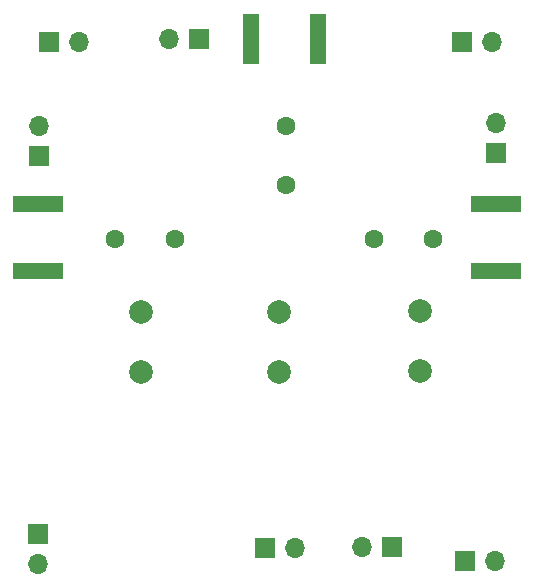
<source format=gbr>
%TF.GenerationSoftware,KiCad,Pcbnew,(6.0.2)*%
%TF.CreationDate,2022-11-21T15:36:14-08:00*%
%TF.ProjectId,tr_switch,74725f73-7769-4746-9368-2e6b69636164,rev?*%
%TF.SameCoordinates,PX4b94250PY699e930*%
%TF.FileFunction,Soldermask,Bot*%
%TF.FilePolarity,Negative*%
%FSLAX46Y46*%
G04 Gerber Fmt 4.6, Leading zero omitted, Abs format (unit mm)*
G04 Created by KiCad (PCBNEW (6.0.2)) date 2022-11-21 15:36:14*
%MOMM*%
%LPD*%
G01*
G04 APERTURE LIST*
%ADD10R,1.700000X1.700000*%
%ADD11O,1.700000X1.700000*%
%ADD12C,1.600000*%
%ADD13C,2.000000*%
%ADD14R,4.200000X1.350000*%
%ADD15R,1.350000X4.200000*%
G04 APERTURE END LIST*
D10*
%TO.C,J3*%
X2750000Y36900000D03*
D11*
X2750000Y39440000D03*
%TD*%
D12*
%TO.C,C4*%
X9200000Y29900000D03*
X14200000Y29900000D03*
%TD*%
%TO.C,C5*%
X23650000Y34500000D03*
X23650000Y39500000D03*
%TD*%
D13*
%TO.C,L2*%
X23050000Y23740000D03*
X23050000Y18660000D03*
%TD*%
D14*
%TO.C,J4*%
X2600000Y27175000D03*
X2600000Y32825000D03*
%TD*%
D10*
%TO.C,J9*%
X3600000Y46550000D03*
D11*
X6140000Y46550000D03*
%TD*%
D13*
%TO.C,L3*%
X34950000Y18760000D03*
X34950000Y23840000D03*
%TD*%
D10*
%TO.C,J2*%
X21825000Y3750000D03*
D11*
X24365000Y3750000D03*
%TD*%
D15*
%TO.C,J6*%
X26325000Y46837500D03*
X20675000Y46837500D03*
%TD*%
D13*
%TO.C,L1*%
X11350000Y18660000D03*
X11350000Y23740000D03*
%TD*%
D10*
%TO.C,J8*%
X41400000Y37200000D03*
D11*
X41400000Y39740000D03*
%TD*%
D10*
%TO.C,J1*%
X32650000Y3800000D03*
D11*
X30110000Y3800000D03*
%TD*%
D10*
%TO.C,J10*%
X38775000Y2600000D03*
D11*
X41315000Y2600000D03*
%TD*%
D10*
%TO.C,J11*%
X2600000Y4925000D03*
D11*
X2600000Y2385000D03*
%TD*%
D12*
%TO.C,C6*%
X31050000Y29900000D03*
X36050000Y29900000D03*
%TD*%
D14*
%TO.C,J7*%
X41400000Y27175000D03*
X41400000Y32825000D03*
%TD*%
D10*
%TO.C,J5*%
X16250000Y46800000D03*
D11*
X13710000Y46800000D03*
%TD*%
D10*
%TO.C,J12*%
X38550000Y46550000D03*
D11*
X41090000Y46550000D03*
%TD*%
M02*

</source>
